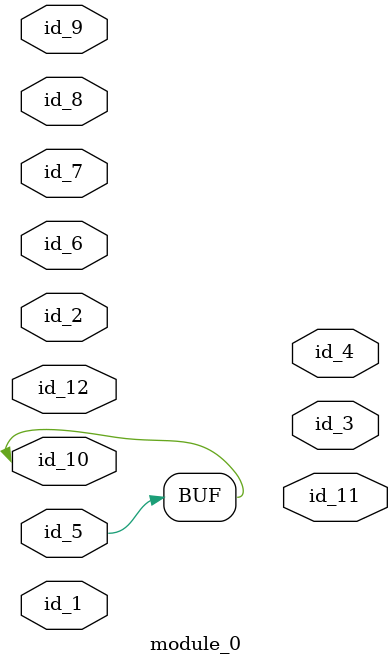
<source format=v>
module module_0 (
    id_1,
    id_2,
    id_3,
    id_4,
    id_5,
    id_6,
    id_7,
    id_8,
    id_9,
    id_10,
    id_11,
    id_12
);
  inout id_12;
  output id_11;
  inout id_10;
  input id_9;
  inout id_8;
  input id_7;
  input id_6;
  input id_5;
  output id_4;
  output id_3;
  inout id_2;
  inout id_1;
  assign id_10 = id_5;
endmodule

</source>
